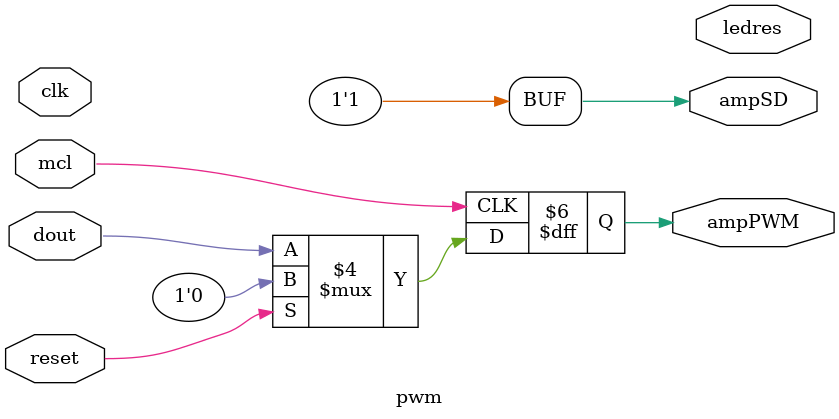
<source format=v>
module pwm
(
	input 		reset,	
	output 		ledres,
	input		clk,
	input		mcl,
        //input           micData,    
        output    reg   ampPWM,
        output    reg	ampSD,
	input      dout
 

);


	
initial ampSD <= 1;


always @(posedge  mcl)
begin
	if (reset)
		begin
     		ampPWM<=0;
    		end 
	else 
		begin
		ampPWM<=dout;
		
		end
	
	
end

endmodule

</source>
